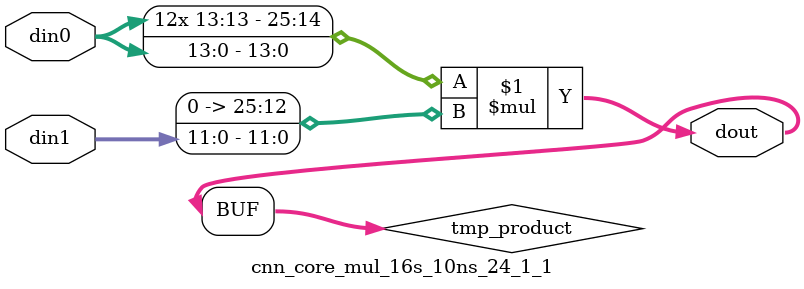
<source format=v>

`timescale 1 ns / 1 ps

  module cnn_core_mul_16s_10ns_24_1_1(din0, din1, dout);
parameter ID = 1;
parameter NUM_STAGE = 0;
parameter din0_WIDTH = 14;
parameter din1_WIDTH = 12;
parameter dout_WIDTH = 26;

input [din0_WIDTH - 1 : 0] din0; 
input [din1_WIDTH - 1 : 0] din1; 
output [dout_WIDTH - 1 : 0] dout;

wire signed [dout_WIDTH - 1 : 0] tmp_product;












assign tmp_product = $signed(din0) * $signed({1'b0, din1});









assign dout = tmp_product;







endmodule

</source>
